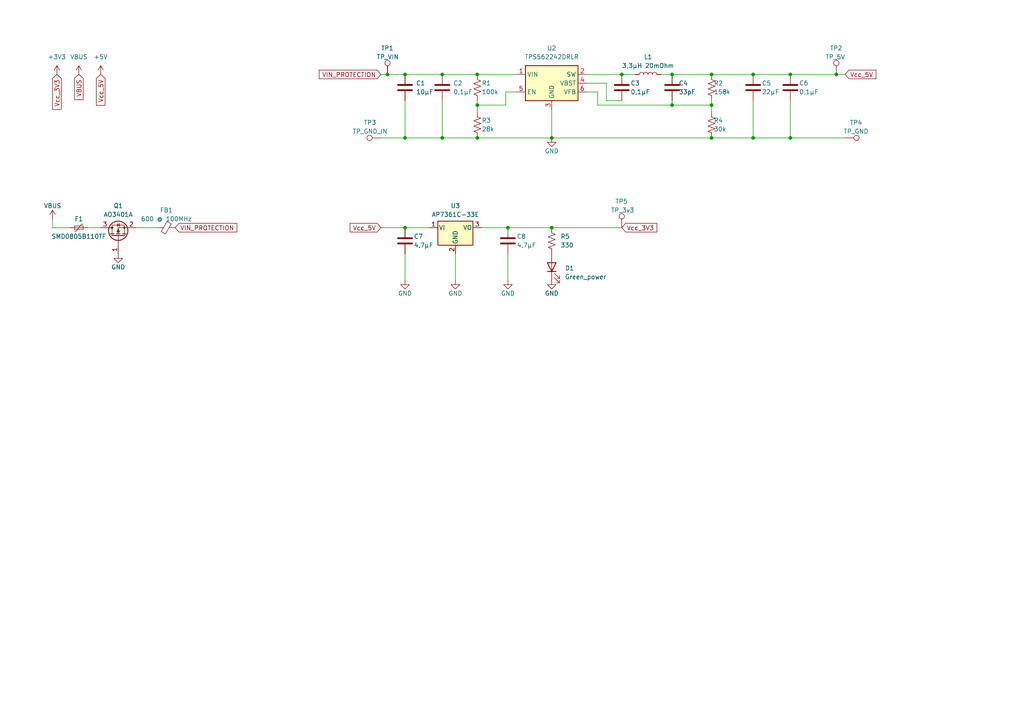
<source format=kicad_sch>
(kicad_sch (version 20231120) (generator "eeschema") (generator_version "8.0")
  (paper "A4")
  (lib_symbols
    (symbol "Connector:TestPoint" (pin_numbers hide) (pin_names (offset 0.762) hide)
      (property "Reference" "TP" (at 0 6.858 0))
      (property "Value" "TestPoint" (at 0 5.08 0))
      (symbol "TestPoint_0_1"
        (circle (center 0 3.302) (radius 0.762))
      )
      (symbol "TestPoint_1_1"
        (pin passive line (at 0 0 90) (length 2.54) (name "1") (number "1"))
      )
    )
    (symbol "Device:C" (pin_numbers hide) (pin_names (offset 0.254))
      (property "Reference" "C" (at 0.635 2.54 0))
      (property "Value" "C" (at 0.635 -2.54 0))
      (symbol "C_0_1"
        (polyline (pts (xy -2.032 -0.762) (xy 2.032 -0.762)) (stroke (width 0.508)))
        (polyline (pts (xy -2.032 0.762) (xy 2.032 0.762)) (stroke (width 0.508)))
      )
      (symbol "C_1_1"
        (pin passive line (at 0 3.81 270) (length 2.794) (name "~") (number "1"))
        (pin passive line (at 0 -3.81 90) (length 2.794) (name "~") (number "2"))
      )
    )
    (symbol "Device:FerriteBead_Small" (pin_numbers hide) (pin_names (offset 0))
      (property "Reference" "FB" (at 1.905 1.27 0))
      (property "Value" "FerriteBead_Small" (at 1.905 -1.27 0))
      (symbol "FerriteBead_Small_0_1"
        (polyline (pts (xy 0 -1.27) (xy 0 -0.7874)))
        (polyline (pts (xy 0 0.889) (xy 0 1.2954)))
        (polyline (pts (xy -1.8288 0.2794) (xy -1.1176 1.4986) (xy 1.8288 -0.2032) (xy 1.1176 -1.4224) (xy -1.8288 0.2794)))
      )
      (symbol "FerriteBead_Small_1_1"
        (pin passive line (at 0 2.54 270) (length 1.27) (name "~") (number "1"))
        (pin passive line (at 0 -2.54 90) (length 1.27) (name "~") (number "2"))
      )
    )
    (symbol "Device:L" (pin_numbers hide) (pin_names (offset 1.016) hide)
      (property "Reference" "L" (at -1.27 0 90))
      (property "Value" "L" (at 1.905 0 90))
      (symbol "L_0_1"
        (arc (start 0 -2.54) (mid 0.6323 -1.905) (end 0 -1.27))
        (arc (start 0 -1.27) (mid 0.6323 -0.635) (end 0 0))
        (arc (start 0 0) (mid 0.6323 0.635) (end 0 1.27))
        (arc (start 0 1.27) (mid 0.6323 1.905) (end 0 2.54))
      )
      (symbol "L_1_1"
        (pin passive line (at 0 3.81 270) (length 1.27) (name "1") (number "1"))
        (pin passive line (at 0 -3.81 90) (length 1.27) (name "2") (number "2"))
      )
    )
    (symbol "Device:LED" (pin_numbers hide) (pin_names (offset 1.016) hide)
      (property "Reference" "D" (at 0 2.54 0))
      (property "Value" "LED" (at 0 -2.54 0))
      (symbol "LED_0_1"
        (polyline (pts (xy -1.27 -1.27) (xy -1.27 1.27)) (stroke (width 0.254)))
        (polyline (pts (xy -1.27 0) (xy 1.27 0)))
        (polyline (pts (xy 1.27 -1.27) (xy 1.27 1.27) (xy -1.27 0) (xy 1.27 -1.27)) (stroke (width 0.254)))
        (polyline (pts (xy -3.048 -0.762) (xy -4.572 -2.286) (xy -3.81 -2.286) (xy -4.572 -2.286) (xy -4.572 -1.524)))
        (polyline (pts (xy -1.778 -0.762) (xy -3.302 -2.286) (xy -2.54 -2.286) (xy -3.302 -2.286) (xy -3.302 -1.524)))
      )
      (symbol "LED_1_1"
        (pin passive line (at -3.81 0 0) (length 2.54) (name "K") (number "1"))
        (pin passive line (at 3.81 0 180) (length 2.54) (name "A") (number "2"))
      )
    )
    (symbol "Device:Polyfuse_Small" (pin_numbers hide) (pin_names (offset 0))
      (property "Reference" "F" (at -1.905 0 90))
      (property "Value" "Polyfuse_Small" (at 1.905 0 90))
      (symbol "Polyfuse_Small_0_1"
        (rectangle (start -0.508 1.27) (end 0.508 -1.27))
        (polyline (pts (xy 0 2.54) (xy 0 -2.54)))
        (polyline (pts (xy -1.016 1.27) (xy -1.016 0.762) (xy 1.016 -0.762) (xy 1.016 -1.27)))
      )
      (symbol "Polyfuse_Small_1_1"
        (pin passive line (at 0 2.54 270) (length 0.635) (name "~") (number "1"))
        (pin passive line (at 0 -2.54 90) (length 0.635) (name "~") (number "2"))
      )
    )
    (symbol "Device:R_US" (pin_numbers hide) (pin_names (offset 0))
      (property "Reference" "R" (at 2.54 0 90))
      (property "Value" "R_US" (at -2.54 0 90))
      (symbol "R_US_0_1"
        (polyline (pts (xy 0 -2.286) (xy 0 -2.54)))
        (polyline (pts (xy 0 2.286) (xy 0 2.54)))
        (polyline (pts (xy 0 -0.762) (xy 1.016 -1.143) (xy 0 -1.524) (xy -1.016 -1.905) (xy 0 -2.286)))
        (polyline (pts (xy 0 0.762) (xy 1.016 0.381) (xy 0 0) (xy -1.016 -0.381) (xy 0 -0.762)))
        (polyline (pts (xy 0 2.286) (xy 1.016 1.905) (xy 0 1.524) (xy -1.016 1.143) (xy 0 0.762)))
      )
      (symbol "R_US_1_1"
        (pin passive line (at 0 3.81 270) (length 1.27) (name "~") (number "1"))
        (pin passive line (at 0 -3.81 90) (length 1.27) (name "~") (number "2"))
      )
    )
    (symbol "Regulator_Linear:AP7361C-33E" (pin_names (offset 0.254))
      (property "Reference" "U" (at -3.81 3.175 0))
      (property "Value" "AP7361C-33E" (at 0 3.175 0))
      (symbol "AP7361C-33E_0_1"
        (rectangle (start -5.08 -5.08) (end 5.08 1.905) (stroke (width 0.254)) (fill (type background)))
      )
      (symbol "AP7361C-33E_1_1"
        (pin power_in line (at -7.62 0 0) (length 2.54) (name "VI") (number "1"))
        (pin power_in line (at 0 -7.62 90) (length 2.54) (name "GND") (number "2"))
        (pin power_out line (at 7.62 0 180) (length 2.54) (name "VO") (number "3"))
      )
    )
    (symbol "Regulator_Switching:TPS562202"
      (property "Reference" "U" (at -7.62 6.35 0))
      (property "Value" "TPS562202" (at -2.54 6.35 0))
      (symbol "TPS562202_0_1"
        (rectangle (start -7.62 5.08) (end 7.62 -5.08) (stroke (width 0.254)) (fill (type background)))
      )
      (symbol "TPS562202_1_1"
        (pin power_in line (at -10.16 2.54 0) (length 2.54) (name "VIN") (number "1"))
        (pin output line (at 10.16 2.54 180) (length 2.54) (name "SW") (number "2"))
        (pin power_in line (at 0 -7.62 90) (length 2.54) (name "GND") (number "3"))
        (pin passive line (at 10.16 0 180) (length 2.54) (name "VBST") (number "4"))
        (pin input line (at -10.16 -2.54 0) (length 2.54) (name "EN") (number "5"))
        (pin input line (at 10.16 -2.54 180) (length 2.54) (name "VFB") (number "6"))
      )
    )
    (symbol "Transistor_FET:AO3401A" (pin_names hide)
      (property "Reference" "Q" (at 5.08 1.905 0))
      (property "Value" "AO3401A" (at 5.08 0 0))
      (symbol "AO3401A_0_1"
        (polyline (pts (xy 0.254 0) (xy -2.54 0)))
        (polyline (pts (xy 0.254 1.905) (xy 0.254 -1.905)) (stroke (width 0.254)))
        (polyline (pts (xy 0.762 -1.27) (xy 0.762 -2.286)) (stroke (width 0.254)))
        (polyline (pts (xy 0.762 0.508) (xy 0.762 -0.508)) (stroke (width 0.254)))
        (polyline (pts (xy 0.762 2.286) (xy 0.762 1.27)) (stroke (width 0.254)))
        (polyline (pts (xy 2.54 2.54) (xy 2.54 1.778)))
        (polyline (pts (xy 2.54 -2.54) (xy 2.54 0) (xy 0.762 0)))
        (polyline (pts (xy 0.762 1.778) (xy 3.302 1.778) (xy 3.302 -1.778) (xy 0.762 -1.778)))
        (polyline (pts (xy 2.286 0) (xy 1.27 0.381) (xy 1.27 -0.381) (xy 2.286 0)) (fill (type outline)))
        (polyline (pts (xy 2.794 -0.508) (xy 2.921 -0.381) (xy 3.683 -0.381) (xy 3.81 -0.254)))
        (polyline (pts (xy 3.302 -0.381) (xy 2.921 0.254) (xy 3.683 0.254) (xy 3.302 -0.381)))
        (circle (center 1.651 0) (radius 2.794) (stroke (width 0.254)))
        (circle (center 2.54 -1.778) (radius 0.254) (fill (type outline)))
        (circle (center 2.54 1.778) (radius 0.254) (fill (type outline)))
      )
      (symbol "AO3401A_1_1"
        (pin input line (at -5.08 0 0) (length 2.54) (name "G") (number "1"))
        (pin passive line (at 2.54 -5.08 90) (length 2.54) (name "S") (number "2"))
        (pin passive line (at 2.54 5.08 270) (length 2.54) (name "D") (number "3"))
      )
    )
    (symbol "power:+3V3" (power) (pin_numbers hide) (pin_names (offset 0) hide)
      (property "Value" "+3V3" (at 0 3.556 0))
      (symbol "+3V3_0_1"
        (polyline (pts (xy -0.762 1.27) (xy 0 2.54)))
        (polyline (pts (xy 0 0) (xy 0 2.54)))
        (polyline (pts (xy 0 2.54) (xy 0.762 1.27)))
      )
      (symbol "+3V3_1_1"
        (pin power_in line (at 0 0 90) (length 0) (name "~") (number "1"))
      )
    )
    (symbol "power:+5V" (power) (pin_numbers hide) (pin_names (offset 0) hide)
      (property "Value" "+5V" (at 0 3.556 0))
      (symbol "+5V_0_1"
        (polyline (pts (xy -0.762 1.27) (xy 0 2.54)))
        (polyline (pts (xy 0 0) (xy 0 2.54)))
        (polyline (pts (xy 0 2.54) (xy 0.762 1.27)))
      )
      (symbol "+5V_1_1"
        (pin power_in line (at 0 0 90) (length 0) (name "~") (number "1"))
      )
    )
    (symbol "power:GND" (power) (pin_names (offset 0))
      (property "Value" "GND" (at 0 -3.81 0))
      (symbol "GND_0_1"
        (polyline (pts (xy 0 0) (xy 0 -1.27) (xy 1.27 -1.27) (xy 0 -2.54) (xy -1.27 -1.27) (xy 0 -1.27)))
      )
      (symbol "GND_1_1"
        (pin power_in line (at 0 0 270) (length 0) hide (name "GND") (number "1"))
      )
    )
    (symbol "power:VBUS" (power) (pin_numbers hide) (pin_names (offset 0) hide)
      (property "Value" "VBUS" (at 0 3.556 0))
      (symbol "VBUS_0_1"
        (polyline (pts (xy -0.762 1.27) (xy 0 2.54)))
        (polyline (pts (xy 0 0) (xy 0 2.54)))
        (polyline (pts (xy 0 2.54) (xy 0.762 1.27)))
      )
      (symbol "VBUS_1_1"
        (pin power_in line (at 0 0 90) (length 0) (name "~") (number "1"))
      )
    )
  )
  (junction (at 206.375 40.005))
  (junction (at 117.475 40.005))
  (junction (at 206.375 21.59))
  (junction (at 117.475 21.59))
  (junction (at 242.57 21.59))
  (junction (at 117.475 66.04))
  (junction (at 180.34 21.59))
  (junction (at 128.27 21.59))
  (junction (at 194.945 21.59))
  (junction (at 128.27 40.005))
  (junction (at 218.44 40.005))
  (junction (at 138.43 21.59))
  (junction (at 138.43 40.005))
  (junction (at 112.395 21.59))
  (junction (at 147.32 66.04))
  (junction (at 229.235 21.59))
  (junction (at 206.375 30.48))
  (junction (at 138.43 30.48))
  (junction (at 229.235 40.005))
  (junction (at 218.44 21.59))
  (junction (at 160.02 40.005))
  (junction (at 160.02 66.04))
  (junction (at 194.945 30.48))
  (wire (pts (xy 175.895 24.13) (xy 175.895 29.21)))
  (wire (pts (xy 160.02 66.04) (xy 180.34 66.04)))
  (wire (pts (xy 138.43 29.21) (xy 138.43 30.48)))
  (wire (pts (xy 194.945 21.59) (xy 206.375 21.59)))
  (wire (pts (xy 138.43 30.48) (xy 138.43 32.385)))
  (wire (pts (xy 138.43 40.005) (xy 160.02 40.005)))
  (wire (pts (xy 218.44 29.21) (xy 218.44 40.005)))
  (wire (pts (xy 229.235 40.005) (xy 245.11 40.005)))
  (wire (pts (xy 117.475 73.66) (xy 117.475 81.28)))
  (wire (pts (xy 128.27 21.59) (xy 138.43 21.59)))
  (wire (pts (xy 132.08 73.66) (xy 132.08 81.28)))
  (wire (pts (xy 180.34 21.59) (xy 184.15 21.59)))
  (wire (pts (xy 110.49 21.59) (xy 112.395 21.59)))
  (wire (pts (xy 110.49 66.04) (xy 117.475 66.04)))
  (wire (pts (xy 229.235 40.005) (xy 218.44 40.005)))
  (wire (pts (xy 112.395 21.59) (xy 117.475 21.59)))
  (wire (pts (xy 242.57 21.59) (xy 245.11 21.59)))
  (wire (pts (xy 170.18 26.67) (xy 173.355 26.67)))
  (wire (pts (xy 147.32 73.66) (xy 147.32 81.28)))
  (wire (pts (xy 175.895 29.21) (xy 180.34 29.21)))
  (wire (pts (xy 194.945 30.48) (xy 194.945 29.21)))
  (wire (pts (xy 173.355 30.48) (xy 194.945 30.48)))
  (wire (pts (xy 173.355 26.67) (xy 173.355 30.48)))
  (wire (pts (xy 206.375 21.59) (xy 218.44 21.59)))
  (wire (pts (xy 128.27 40.005) (xy 138.43 40.005)))
  (wire (pts (xy 15.24 66.04) (xy 20.32 66.04)))
  (wire (pts (xy 128.27 29.21) (xy 128.27 40.005)))
  (wire (pts (xy 117.475 66.04) (xy 124.46 66.04)))
  (wire (pts (xy 191.77 21.59) (xy 194.945 21.59)))
  (wire (pts (xy 117.475 29.21) (xy 117.475 40.005)))
  (wire (pts (xy 147.32 66.04) (xy 160.02 66.04)))
  (wire (pts (xy 146.685 30.48) (xy 138.43 30.48)))
  (wire (pts (xy 229.235 21.59) (xy 242.57 21.59)))
  (wire (pts (xy 139.7 66.04) (xy 147.32 66.04)))
  (wire (pts (xy 170.18 24.13) (xy 175.895 24.13)))
  (wire (pts (xy 39.37 66.04) (xy 45.72 66.04)))
  (wire (pts (xy 149.86 26.67) (xy 146.685 26.67)))
  (wire (pts (xy 25.4 66.04) (xy 29.21 66.04)))
  (wire (pts (xy 15.24 63.5) (xy 15.24 66.04)))
  (wire (pts (xy 160.02 31.75) (xy 160.02 40.005)))
  (wire (pts (xy 194.945 30.48) (xy 206.375 30.48)))
  (wire (pts (xy 206.375 30.48) (xy 206.375 32.385)))
  (wire (pts (xy 138.43 21.59) (xy 149.86 21.59)))
  (wire (pts (xy 170.18 21.59) (xy 180.34 21.59)))
  (wire (pts (xy 146.685 26.67) (xy 146.685 30.48)))
  (wire (pts (xy 110.49 40.005) (xy 117.475 40.005)))
  (wire (pts (xy 117.475 21.59) (xy 128.27 21.59)))
  (wire (pts (xy 206.375 29.21) (xy 206.375 30.48)))
  (wire (pts (xy 218.44 21.59) (xy 229.235 21.59)))
  (wire (pts (xy 229.235 29.21) (xy 229.235 40.005)))
  (wire (pts (xy 160.02 40.005) (xy 206.375 40.005)))
  (wire (pts (xy 218.44 40.005) (xy 206.375 40.005)))
  (wire (pts (xy 117.475 40.005) (xy 128.27 40.005)))
  (global_label "VBUS" (shape input) (at 22.86 21.59 270) (property "Intersheetrefs" "${INTERSHEET_REFS}" (effects (hide yes))))
  (global_label "Vcc_5V" (shape input) (at 29.21 21.59 270) (property "Intersheetrefs" "${INTERSHEET_REFS}" (effects (hide yes))))
  (global_label "Vcc_3V3" (shape input) (at 16.51 21.59 270) (property "Intersheetrefs" "${INTERSHEET_REFS}" (effects (hide yes))))
  (global_label "Vcc_3V3" (shape input) (at 180.34 66.04 0) (property "Intersheetrefs" "${INTERSHEET_REFS}" (effects (hide yes))))
  (global_label "VIN_PROTECTION" (shape input) (at 110.49 21.59 180) (property "Intersheetrefs" "${INTERSHEET_REFS}" (effects (hide yes))))
  (global_label "Vcc_5V" (shape input) (at 110.49 66.04 180) (property "Intersheetrefs" "${INTERSHEET_REFS}" (effects (hide yes))))
  (global_label "VIN_PROTECTION" (shape input) (at 50.8 66.04 0) (property "Intersheetrefs" "${INTERSHEET_REFS}" (effects (hide yes))))
  (global_label "Vcc_5V" (shape input) (at 245.11 21.59 0) (property "Intersheetrefs" "${INTERSHEET_REFS}" (effects (hide yes))))
  (symbol (lib_id "Device:R_US") (at 138.43 25.4 0) (unit 1)
    (property "Reference" "R1" (at 139.7 24.13 0) (effects (justify left)))
    (property "Value" "100k" (at 139.7 26.67 0) (effects (justify left)))
    (property "Footprint" "Resistor_SMD:R_0603_1608Metric_Pad0.98x0.95mm_HandSolder" (effects (hide yes)))
    (property "Description" "Resistor, US symbol" (effects (hide yes)))
  )
  (symbol (lib_id "power:GND") (at 117.475 81.28 0) (unit 1)
    (property "Reference" "#PWR08" (effects (hide yes)))
    (property "Value" "GND" (at 117.475 85.09 0))
  )
  (symbol (lib_id "power:GND") (at 160.02 81.28 0) (unit 1)
    (property "Reference" "#PWR011" (effects (hide yes)))
    (property "Value" "GND" (at 160.02 85.09 0))
  )
  (symbol (lib_id "power:+5V") (at 29.21 21.59 0) (unit 1)
    (property "Reference" "#PWR04" (effects (hide yes)))
    (property "Value" "+5V" (at 29.21 16.51 0))
    (property "Description" "Power symbol creates a global label with name \"+5V\"" (effects (hide yes)))
  )
  (symbol (lib_id "power:GND") (at 34.29 73.66 0) (unit 1)
    (property "Reference" "#PWR07" (effects (hide yes)))
    (property "Value" "GND" (at 34.29 77.47 0))
  )
  (symbol (lib_id "Device:R_US") (at 206.375 36.195 0) (unit 1)
    (property "Reference" "R4" (at 207.01 34.925 0) (effects (justify left)))
    (property "Value" "30k" (at 207.01 37.465 0) (effects (justify left)))
    (property "Footprint" "Resistor_SMD:R_0603_1608Metric_Pad0.98x0.95mm_HandSolder" (effects (hide yes)))
    (property "Description" "Resistor, US symbol" (effects (hide yes)))
  )
  (symbol (lib_id "Device:R_US") (at 138.43 36.195 0) (unit 1)
    (property "Reference" "R3" (at 139.7 34.925 0) (effects (justify left)))
    (property "Value" "28k" (at 139.7 37.465 0) (effects (justify left)))
    (property "Footprint" "Resistor_SMD:R_0603_1608Metric_Pad0.98x0.95mm_HandSolder" (effects (hide yes)))
    (property "Description" "Resistor, US symbol" (effects (hide yes)))
  )
  (symbol (lib_id "power:GND") (at 132.08 81.28 0) (unit 1)
    (property "Reference" "#PWR09" (effects (hide yes)))
    (property "Value" "GND" (at 132.08 85.09 0))
  )
  (symbol (lib_id "Transistor_FET:AO3401A") (at 34.29 68.58 90) (unit 1)
    (property "Reference" "Q1" (at 34.29 59.69 90))
    (property "Value" "AO3401A" (at 34.29 62.23 90))
    (property "Footprint" "Package_TO_SOT_SMD:SOT-23" (effects (hide yes)))
    (property "Datasheet" "http://www.aosmd.com/pdfs/datasheet/AO3401A.pdf" (effects (hide yes)))
  )
  (symbol (lib_id "Device:C") (at 218.44 25.4 0) (unit 1)
    (property "Reference" "C5" (at 220.98 24.13 0) (effects (justify left)))
    (property "Value" "22µF" (at 220.98 26.67 0) (effects (justify left)))
    (property "Footprint" "Capacitor_SMD:C_0805_2012Metric" (effects (hide yes)))
    (property "Description" "Unpolarized capacitor" (effects (hide yes)))
  )
  (symbol (lib_id "Device:Polyfuse_Small") (at 22.86 66.04 90) (unit 1)
    (property "Reference" "F1" (at 22.86 63.5 90))
    (property "Value" "SMD0805B110TF" (at 22.86 68.58 90))
    (property "Footprint" "Fuse:Fuse_0805_2012Metric" (effects (hide yes)))
  )
  (symbol (lib_id "power:VBUS") (at 22.86 21.59 0) (unit 1)
    (property "Reference" "#PWR03" (effects (hide yes)))
    (property "Value" "VBUS" (at 22.86 16.51 0))
    (property "Description" "Power symbol creates a global label with name \"VBUS\"" (effects (hide yes)))
  )
  (symbol (lib_id "Regulator_Linear:AP7361C-33E") (at 132.08 66.04 0) (unit 1)
    (property "Reference" "U3" (at 132.08 59.69 0))
    (property "Value" "AP7361C-33E" (at 132.08 62.23 0))
    (property "Footprint" "Package_TO_SOT_SMD:SOT-223-3_TabPin2" (effects (hide yes)))
    (property "Datasheet" "https://www.diodes.com/assets/Datasheets/AP7361C.pdf" (effects (hide yes)))
    (property "Description" "1A Low Dropout regulator, positive, 3.3V fixed output, SOT-223" (effects (hide yes)))
  )
  (symbol (lib_id "Connector:TestPoint") (at 110.49 40.005 90) (unit 1)
    (property "Reference" "TP3" (at 107.315 35.56 90))
    (property "Value" "TP_GND_IN" (at 107.315 38.1 90))
    (property "Footprint" "TestPoint:TestPoint_Pad_1.0x1.0mm" (effects (hide yes)))
    (property "Description" "test point" (effects (hide yes)))
  )
  (symbol (lib_id "power:+3V3") (at 16.51 21.59 0) (unit 1)
    (property "Reference" "#PWR02" (effects (hide yes)))
    (property "Value" "+3V3" (at 16.51 16.51 0))
    (property "Description" "Power symbol creates a global label with name \"+3V3\"" (effects (hide yes)))
  )
  (symbol (lib_id "Device:C") (at 128.27 25.4 0) (unit 1)
    (property "Reference" "C2" (at 131.445 24.13 0) (effects (justify left)))
    (property "Value" "0,1µF" (at 131.445 26.67 0) (effects (justify left)))
    (property "Footprint" "Capacitor_SMD:C_0603_1608Metric" (effects (hide yes)))
    (property "Description" "Unpolarized capacitor" (effects (hide yes)))
  )
  (symbol (lib_id "power:GND") (at 160.02 40.005 0) (unit 1)
    (property "Reference" "#PWR05" (effects (hide yes)))
    (property "Value" "GND" (at 160.02 43.815 0))
  )
  (symbol (lib_id "Device:C") (at 229.235 25.4 0) (unit 1)
    (property "Reference" "C6" (at 231.775 24.13 0) (effects (justify left)))
    (property "Value" "0,1µF" (at 231.775 26.67 0) (effects (justify left)))
    (property "Footprint" "Capacitor_SMD:C_0603_1608Metric" (effects (hide yes)))
    (property "Description" "Unpolarized capacitor" (effects (hide yes)))
  )
  (symbol (lib_id "Device:C") (at 117.475 69.85 180) (unit 1)
    (property "Reference" "C7" (at 120.015 68.58 0) (effects (justify right)))
    (property "Value" "4,7µF" (at 120.015 71.12 0) (effects (justify right)))
    (property "Footprint" "Capacitor_SMD:C_0805_2012Metric_Pad1.18x1.45mm_HandSolder" (effects (hide yes)))
  )
  (symbol (lib_id "Connector:TestPoint") (at 112.395 21.59 0) (unit 1)
    (property "Reference" "TP1" (at 110.49 13.97 0) (effects (justify left)))
    (property "Value" "TP_VIN" (at 109.22 16.51 0) (effects (justify left)))
    (property "Footprint" "TestPoint:TestPoint_Pad_D1.0mm" (effects (hide yes)))
    (property "Description" "test point" (effects (hide yes)))
  )
  (symbol (lib_id "Device:L") (at 187.96 21.59 90) (unit 1)
    (property "Reference" "L1" (at 187.96 16.51 90))
    (property "Value" "3,3µH 20mOhm" (at 187.96 19.05 90))
    (property "Footprint" "Inductor_SMD:L_TDK_VLP8040" (effects (hide yes)))
    (property "Description" "Inductor" (effects (hide yes)))
  )
  (symbol (lib_id "Connector:TestPoint") (at 242.57 21.59 0) (unit 1)
    (property "Reference" "TP2" (at 240.665 13.97 0) (effects (justify left)))
    (property "Value" "TP_5V" (at 239.395 16.51 0) (effects (justify left)))
    (property "Footprint" "TestPoint:TestPoint_Pad_D1.0mm" (effects (hide yes)))
    (property "Description" "test point" (effects (hide yes)))
  )
  (symbol (lib_id "Connector:TestPoint") (at 180.34 66.04 0) (unit 1)
    (property "Reference" "TP5" (at 178.435 58.42 0) (effects (justify left)))
    (property "Value" "TP_3v3" (at 177.165 60.96 0) (effects (justify left)))
    (property "Footprint" "TestPoint:TestPoint_Pad_D1.0mm" (effects (hide yes)))
    (property "Description" "test point" (effects (hide yes)))
  )
  (symbol (lib_id "power:GND") (at 147.32 81.28 0) (unit 1)
    (property "Reference" "#PWR010" (effects (hide yes)))
    (property "Value" "GND" (at 147.32 85.09 0))
  )
  (symbol (lib_id "power:VBUS") (at 15.24 63.5 0) (unit 1)
    (property "Reference" "#PWR06" (effects (hide yes)))
    (property "Value" "VBUS" (at 15.24 59.69 0))
  )
  (symbol (lib_id "Regulator_Switching:TPS562202") (at 160.02 24.13 0) (unit 1)
    (property "Reference" "U2" (at 160.02 13.97 0))
    (property "Value" "TPS562242DRLR" (at 160.02 16.51 0))
    (property "Footprint" "Package_TO_SOT_SMD:SOT-563" (effects (hide yes)))
    (property "Datasheet" "https://www.ti.com/lit/gpn/tps562202" (effects (hide yes)))
    (property "Description" "2A Synchronous Step-Down Voltage Regulator 580kHz, adjustable output voltage, 4.5-17V Input Voltage, 0.804V-7V Output Voltage, SOT-563" (effects (hide yes)))
  )
  (symbol (lib_id "Device:C") (at 117.475 25.4 0) (unit 1)
    (property "Reference" "C1" (at 120.65 24.13 0) (effects (justify left)))
    (property "Value" "10µF" (at 120.65 26.67 0) (effects (justify left)))
    (property "Footprint" "Capacitor_SMD:C_0805_2012Metric" (effects (hide yes)))
    (property "Description" "Unpolarized capacitor" (effects (hide yes)))
  )
  (symbol (lib_id "Device:C") (at 180.34 25.4 0) (unit 1)
    (property "Reference" "C3" (at 182.88 24.1301 0) (effects (justify left)))
    (property "Value" "0,1µF" (at 182.88 26.6701 0) (effects (justify left)))
    (property "Footprint" "Capacitor_SMD:C_0603_1608Metric_Pad1.08x0.95mm_HandSolder" (effects (hide yes)))
    (property "Description" "Unpolarized capacitor" (effects (hide yes)))
  )
  (symbol (lib_id "Device:C") (at 194.945 25.4 0) (unit 1)
    (property "Reference" "C4" (at 196.85 24.13 0) (effects (justify left)))
    (property "Value" "33pF" (at 196.85 26.67 0) (effects (justify left)))
    (property "Footprint" "Capacitor_SMD:C_0603_1608Metric_Pad1.08x0.95mm_HandSolder" (effects (hide yes)))
    (property "Description" "Unpolarized capacitor" (effects (hide yes)))
  )
  (symbol (lib_id "Device:R_US") (at 206.375 25.4 0) (unit 1)
    (property "Reference" "R2" (at 207.01 24.13 0) (effects (justify left)))
    (property "Value" "158k" (at 207.01 26.67 0) (effects (justify left)))
    (property "Footprint" "Resistor_SMD:R_0603_1608Metric_Pad0.98x0.95mm_HandSolder" (effects (hide yes)))
    (property "Description" "Resistor, US symbol" (effects (hide yes)))
  )
  (symbol (lib_id "Device:R_US") (at 160.02 69.85 0) (unit 1)
    (property "Reference" "R5" (at 162.56 68.5799 0) (effects (justify left)))
    (property "Value" "330" (at 162.56 71.1199 0) (effects (justify left)))
    (property "Footprint" "Resistor_SMD:R_0805_2012Metric_Pad1.20x1.40mm_HandSolder" (effects (hide yes)))
    (property "Description" "Resistor, US symbol" (effects (hide yes)))
  )
  (symbol (lib_id "Device:FerriteBead_Small") (at 48.26 66.04 90) (unit 1)
    (property "Reference" "FB1" (at 48.26 60.96 90))
    (property "Value" "600 @ 100MHz" (at 48.26 63.5 90))
    (property "Footprint" "Resistor_SMD:R_0805_2012Metric_Pad1.20x1.40mm_HandSolder" (effects (hide yes)))
  )
  (symbol (lib_id "Device:C") (at 147.32 69.85 180) (unit 1)
    (property "Reference" "C8" (at 149.86 68.58 0) (effects (justify right)))
    (property "Value" "4,7µF" (at 149.86 71.12 0) (effects (justify right)))
    (property "Footprint" "Capacitor_SMD:C_0805_2012Metric_Pad1.18x1.45mm_HandSolder" (effects (hide yes)))
  )
  (symbol (lib_id "Device:LED") (at 160.02 77.47 90) (unit 1)
    (property "Reference" "D1" (at 163.83 77.7874 90) (effects (justify right)))
    (property "Value" "Green_power" (at 163.83 80.3274 90) (effects (justify right)))
    (property "Footprint" "Diode_SMD:D_0805_2012Metric" (effects (hide yes)))
    (property "Description" "Light emitting diode" (effects (hide yes)))
  )
  (symbol (lib_id "Connector:TestPoint") (at 245.11 40.005 270) (unit 1)
    (property "Reference" "TP4" (at 248.285 35.56 90))
    (property "Value" "TP_GND" (at 248.285 38.1 90))
    (property "Footprint" "TestPoint:TestPoint_Pad_1.0x1.0mm" (effects (hide yes)))
    (property "Description" "test point" (effects (hide yes)))
  )
)
</source>
